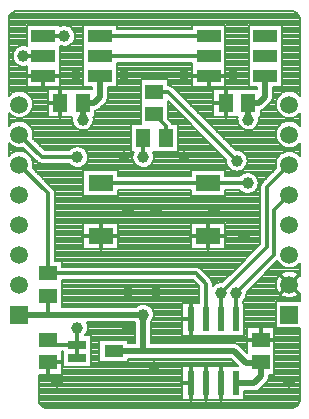
<source format=gtl>
G04 DipTrace 2.4.0.2*
%INiota.GTL*%
%MOMM*%
%ADD14C,0.508*%
%ADD15C,0.305*%
%ADD16C,0.203*%
%ADD17C,0.356*%
%ADD19R,1.3X1.5*%
%ADD20R,1.5X1.3*%
%ADD21R,1.5X1.5*%
%ADD22C,1.5*%
%ADD23R,1.6X0.8*%
%ADD24R,1.6X1.0*%
%ADD25R,2.1X1.4*%
%ADD27R,2.0X1.1*%
%ADD28R,0.6X2.0*%
%ADD29C,1.0*%
%FSLAX53Y53*%
G04*
G71*
G90*
G75*
G01*
%LNTop*%
%LPD*%
X19256Y15156D2*
D14*
X21759D1*
Y18266D1*
X13711D1*
X11281D1*
X19256Y15156D2*
X29473D1*
X30490Y14139D1*
X31644D1*
X31711Y14206D1*
X29616Y12456D2*
X31189D1*
X31760Y13028D1*
Y14158D1*
X31711Y14206D1*
X13711Y19854D2*
D15*
Y18266D1*
X21761Y31601D2*
Y33191D1*
X16661Y34776D2*
D14*
Y36156D1*
X30661Y34776D2*
Y36156D1*
X18111Y38456D2*
Y36685D1*
X17631Y36205D1*
X16613D1*
X16661Y36156D1*
X32111Y38456D2*
Y36715D1*
X31601Y36205D1*
X30710D1*
X30661Y36156D1*
X16166Y15706D2*
D15*
X14111D1*
X13711Y16106D1*
X16166Y15706D2*
Y17119D1*
X16203Y17155D1*
Y31601D2*
X13186D1*
X11281Y33506D1*
X16166Y15706D2*
Y14606D1*
X27076Y17856D2*
Y20886D1*
X26209Y21754D1*
X13711D1*
Y28536D1*
X11281Y30966D1*
X27261Y29406D2*
X18161D1*
X27261D2*
X30621D1*
X22711Y37106D2*
X23874D1*
X29696Y31284D1*
X28346Y17856D2*
Y20091D1*
X32236Y23981D1*
Y29061D1*
X34141Y30966D1*
X29616Y17856D2*
Y20091D1*
X32871Y23346D1*
Y27156D1*
X34141Y28426D1*
X13311Y40156D2*
X11616D1*
X13311Y41856D2*
X15091D1*
X18111D2*
X27311D1*
X18111Y40156D2*
X27311D1*
X23661Y33191D2*
Y34210D1*
X22665Y35206D1*
X22711D1*
D29*
X21761Y31601D3*
X21759Y18266D3*
D3*
X16661Y34776D3*
X30661D3*
X16203Y17155D3*
Y31601D3*
X30621Y29406D3*
X29696Y31284D3*
X28346Y20091D3*
X29616D3*
X11616Y40156D3*
X15091Y41856D3*
X27791Y27156D3*
X22870Y20171D3*
X30331Y24934D3*
X16044Y38586D3*
X20171D3*
X25251Y31601D3*
X20489Y20171D3*
X29379Y38586D3*
X20489Y27156D3*
X20171Y31601D3*
X20489Y17155D3*
X22870Y27156D3*
X14456Y12551D3*
X34141D3*
X25251Y38586D3*
X22711Y13821D3*
X10627Y43746D2*
D16*
X34797D1*
X10468Y43546D2*
X34952D1*
X10401Y43347D2*
X35022D1*
X10389Y43147D2*
X35035D1*
X10389Y42947D2*
X35035D1*
X10389Y42748D2*
X11877D1*
X14747D2*
X14868D1*
X15315D2*
X16676D1*
X19546D2*
X25878D1*
X28744D2*
X30677D1*
X33547D2*
X35035D1*
X10389Y42548D2*
X11877D1*
X15708D2*
X16676D1*
X19546D2*
X25878D1*
X28744D2*
X30677D1*
X33547D2*
X35035D1*
X10389Y42348D2*
X11877D1*
X15882D2*
X16676D1*
X28744D2*
X30677D1*
X33547D2*
X35035D1*
X10389Y42149D2*
X11877D1*
X15978D2*
X16676D1*
X28744D2*
X30677D1*
X33547D2*
X35035D1*
X10389Y41949D2*
X11877D1*
X16022D2*
X16676D1*
X28744D2*
X30677D1*
X33547D2*
X35035D1*
X10389Y41749D2*
X11877D1*
X16019D2*
X16676D1*
X28744D2*
X30677D1*
X33547D2*
X35035D1*
X10389Y41550D2*
X11877D1*
X15974D2*
X16676D1*
X28744D2*
X30677D1*
X33547D2*
X35035D1*
X10389Y41350D2*
X11877D1*
X15873D2*
X16676D1*
X28744D2*
X30677D1*
X33547D2*
X35035D1*
X10389Y41150D2*
X11877D1*
X15692D2*
X16676D1*
X28744D2*
X30677D1*
X33547D2*
X35035D1*
X10389Y40951D2*
X11144D1*
X14747D2*
X14944D1*
X15238D2*
X16676D1*
X28744D2*
X30677D1*
X33547D2*
X35035D1*
X10389Y40751D2*
X10903D1*
X14747D2*
X16676D1*
X28744D2*
X30677D1*
X33547D2*
X35035D1*
X10389Y40551D2*
X10770D1*
X14747D2*
X16676D1*
X28744D2*
X30677D1*
X33547D2*
X35035D1*
X10389Y40352D2*
X10703D1*
X14747D2*
X16676D1*
X28744D2*
X30677D1*
X33547D2*
X35035D1*
X10389Y40152D2*
X10681D1*
X14747D2*
X16676D1*
X28744D2*
X30677D1*
X33547D2*
X35035D1*
X10389Y39952D2*
X10703D1*
X14747D2*
X16676D1*
X28744D2*
X30677D1*
X33547D2*
X35035D1*
X10389Y39753D2*
X10776D1*
X14747D2*
X16676D1*
X28744D2*
X30677D1*
X33547D2*
X35035D1*
X10389Y39553D2*
X10909D1*
X14747D2*
X16676D1*
X19546D2*
X25878D1*
X28744D2*
X30677D1*
X33547D2*
X35035D1*
X10389Y39353D2*
X11160D1*
X14747D2*
X16676D1*
X19546D2*
X25878D1*
X28744D2*
X30677D1*
X33547D2*
X35035D1*
X10389Y39154D2*
X11877D1*
X14747D2*
X16676D1*
X19546D2*
X25878D1*
X28744D2*
X30677D1*
X33547D2*
X35035D1*
X10389Y38954D2*
X11877D1*
X14747D2*
X16676D1*
X19546D2*
X25878D1*
X28744D2*
X30677D1*
X33547D2*
X35035D1*
X10389Y38754D2*
X11877D1*
X14747D2*
X16676D1*
X19546D2*
X25878D1*
X28744D2*
X30677D1*
X33547D2*
X35035D1*
X10389Y38555D2*
X11877D1*
X14747D2*
X16676D1*
X19546D2*
X25878D1*
X28744D2*
X30677D1*
X33547D2*
X35035D1*
X10389Y38355D2*
X11877D1*
X14747D2*
X16676D1*
X19546D2*
X25878D1*
X28744D2*
X30677D1*
X33547D2*
X35035D1*
X10389Y38155D2*
X11877D1*
X14747D2*
X16676D1*
X19546D2*
X21526D1*
X23895D2*
X25878D1*
X28744D2*
X30677D1*
X33547D2*
X35035D1*
X10389Y37956D2*
X11877D1*
X14747D2*
X16676D1*
X19546D2*
X21526D1*
X23895D2*
X25878D1*
X28744D2*
X30677D1*
X33547D2*
X35035D1*
X10389Y37756D2*
X11877D1*
X14747D2*
X16676D1*
X19546D2*
X21526D1*
X23895D2*
X25878D1*
X28744D2*
X30677D1*
X33547D2*
X35035D1*
X10389Y37556D2*
X11877D1*
X14747D2*
X16676D1*
X19546D2*
X21526D1*
X24237D2*
X25878D1*
X28744D2*
X30677D1*
X33547D2*
X35035D1*
X10389Y37357D2*
X17421D1*
X18800D2*
X21526D1*
X24446D2*
X31422D1*
X32801D2*
X35035D1*
X10389Y37157D2*
X10913D1*
X11651D2*
X13675D1*
X18800D2*
X21526D1*
X24646D2*
X27676D1*
X32801D2*
X33772D1*
X34511D2*
X35035D1*
X10389Y36957D2*
X10534D1*
X12025D2*
X13675D1*
X18800D2*
X21526D1*
X24843D2*
X27676D1*
X32801D2*
X33395D1*
X34885D2*
X35035D1*
X12222Y36758D2*
X13675D1*
X18800D2*
X21526D1*
X25043D2*
X27676D1*
X32801D2*
X33198D1*
X12349Y36558D2*
X13675D1*
X18788D2*
X21526D1*
X25243D2*
X27676D1*
X32782D2*
X33075D1*
X12422Y36358D2*
X13675D1*
X18715D2*
X21526D1*
X25442D2*
X27676D1*
X32696D2*
X32998D1*
X12460Y36159D2*
X13675D1*
X18550D2*
X21526D1*
X23895D2*
X23997D1*
X25642D2*
X27676D1*
X32522D2*
X32964D1*
X12463Y35959D2*
X13675D1*
X18350D2*
X21526D1*
X23895D2*
X24200D1*
X25842D2*
X27676D1*
X32322D2*
X32960D1*
X12431Y35759D2*
X13675D1*
X18150D2*
X21526D1*
X23895D2*
X24399D1*
X26042D2*
X27676D1*
X32122D2*
X32992D1*
X12358Y35560D2*
X13675D1*
X17827D2*
X21526D1*
X23895D2*
X24599D1*
X26242D2*
X27676D1*
X31796D2*
X33062D1*
X12241Y35360D2*
X13675D1*
X17747D2*
X21526D1*
X23895D2*
X24799D1*
X26442D2*
X27676D1*
X31745D2*
X33179D1*
X10389Y35160D2*
X10509D1*
X12057D2*
X13675D1*
X17747D2*
X21526D1*
X23895D2*
X24999D1*
X26641D2*
X27676D1*
X31745D2*
X33366D1*
X34917D2*
X35035D1*
X10389Y34961D2*
X10840D1*
X11724D2*
X15747D1*
X17576D2*
X21526D1*
X23895D2*
X25199D1*
X26841D2*
X29744D1*
X31577D2*
X33699D1*
X34584D2*
X35035D1*
X10389Y34761D2*
X15728D1*
X17595D2*
X21526D1*
X23933D2*
X25399D1*
X27041D2*
X29728D1*
X31596D2*
X35035D1*
X10389Y34561D2*
X10770D1*
X11794D2*
X15753D1*
X17570D2*
X21526D1*
X24126D2*
X25598D1*
X27241D2*
X29754D1*
X31570D2*
X33630D1*
X34654D2*
X35035D1*
X12092Y34362D2*
X15826D1*
X17497D2*
X21526D1*
X24228D2*
X25795D1*
X27441D2*
X29827D1*
X31497D2*
X33331D1*
X12263Y34162D2*
X15962D1*
X17360D2*
X20676D1*
X24745D2*
X25995D1*
X27640D2*
X29963D1*
X31358D2*
X33160D1*
X12374Y33962D2*
X16226D1*
X17097D2*
X20676D1*
X24745D2*
X26195D1*
X27840D2*
X30223D1*
X31098D2*
X33049D1*
X12438Y33763D2*
X20676D1*
X24745D2*
X26395D1*
X28040D2*
X32986D1*
X12463Y33563D2*
X20676D1*
X24745D2*
X26594D1*
X28240D2*
X32957D1*
X12457Y33363D2*
X20676D1*
X24745D2*
X26794D1*
X28440D2*
X32967D1*
X12444Y33164D2*
X20676D1*
X24745D2*
X26994D1*
X28636D2*
X33008D1*
X12644Y32964D2*
X20676D1*
X24745D2*
X27194D1*
X28836D2*
X33090D1*
X12844Y32764D2*
X20676D1*
X24745D2*
X27394D1*
X29036D2*
X33224D1*
X10389Y32565D2*
X10576D1*
X13044D2*
X20676D1*
X24745D2*
X27594D1*
X29236D2*
X33436D1*
X34847D2*
X35035D1*
X10389Y32365D2*
X11030D1*
X13243D2*
X15680D1*
X16726D2*
X20676D1*
X24745D2*
X27793D1*
X29436D2*
X33890D1*
X34393D2*
X35035D1*
X10389Y32165D2*
X11801D1*
X16942D2*
X20676D1*
X24745D2*
X27993D1*
X29959D2*
X35035D1*
X10389Y31966D2*
X10665D1*
X11898D2*
X12001D1*
X17062D2*
X20904D1*
X22619D2*
X28193D1*
X30327D2*
X33525D1*
X34758D2*
X35035D1*
X17123Y31766D2*
X20841D1*
X22680D2*
X28393D1*
X30492D2*
X33274D1*
X12298Y31566D2*
X12400D1*
X17135D2*
X20828D1*
X22696D2*
X28593D1*
X30587D2*
X33122D1*
X12393Y31367D2*
X12600D1*
X17107D2*
X20856D1*
X22664D2*
X28764D1*
X30628D2*
X33027D1*
X12447Y31167D2*
X12803D1*
X17027D2*
X20936D1*
X22588D2*
X28770D1*
X30622D2*
X32973D1*
X12466Y30967D2*
X15525D1*
X16881D2*
X21082D1*
X22442D2*
X28818D1*
X30574D2*
X32957D1*
X12450Y30768D2*
X15807D1*
X16599D2*
X21364D1*
X22156D2*
X28923D1*
X30470D2*
X32973D1*
X12501Y30568D2*
X29107D1*
X30286D2*
X32922D1*
X12701Y30368D2*
X16676D1*
X19647D2*
X25776D1*
X28744D2*
X32722D1*
X12901Y30169D2*
X16676D1*
X19647D2*
X25776D1*
X28744D2*
X30096D1*
X31145D2*
X32523D1*
X13101Y29969D2*
X16676D1*
X31361D2*
X32323D1*
X13300Y29769D2*
X16676D1*
X31482D2*
X32123D1*
X13500Y29570D2*
X16676D1*
X31542D2*
X31923D1*
X13700Y29370D2*
X16676D1*
X31555D2*
X31742D1*
X13900Y29170D2*
X16676D1*
X31526D2*
X31659D1*
X14100Y28971D2*
X16676D1*
X31447D2*
X31650D1*
X14249Y28771D2*
X16676D1*
X19647D2*
X25776D1*
X28744D2*
X29944D1*
X31298D2*
X31650D1*
X14296Y28571D2*
X16676D1*
X19647D2*
X25776D1*
X28744D2*
X30229D1*
X31015D2*
X31650D1*
X14300Y28372D2*
X16676D1*
X19647D2*
X25776D1*
X28744D2*
X31650D1*
X14300Y28172D2*
X31650D1*
X14300Y27972D2*
X31650D1*
X14300Y27773D2*
X31650D1*
X14300Y27573D2*
X31650D1*
X14300Y27373D2*
X31650D1*
X14300Y27174D2*
X31650D1*
X14300Y26974D2*
X31650D1*
X14300Y26774D2*
X31650D1*
X14300Y26575D2*
X31650D1*
X14300Y26375D2*
X31650D1*
X14300Y26175D2*
X31650D1*
X14300Y25976D2*
X16676D1*
X19647D2*
X25776D1*
X28744D2*
X31650D1*
X14300Y25776D2*
X16676D1*
X19647D2*
X25776D1*
X28744D2*
X31650D1*
X14300Y25576D2*
X16676D1*
X19647D2*
X25776D1*
X28744D2*
X31650D1*
X14300Y25377D2*
X16676D1*
X19647D2*
X25776D1*
X28744D2*
X31650D1*
X14300Y25177D2*
X16676D1*
X19647D2*
X25776D1*
X28744D2*
X31650D1*
X14300Y24977D2*
X16676D1*
X19647D2*
X25776D1*
X28744D2*
X31650D1*
X14300Y24778D2*
X16676D1*
X19647D2*
X25776D1*
X28744D2*
X31650D1*
X14300Y24578D2*
X16676D1*
X19647D2*
X25776D1*
X28744D2*
X31650D1*
X14300Y24378D2*
X16676D1*
X19647D2*
X25776D1*
X28744D2*
X31650D1*
X14300Y24179D2*
X16676D1*
X19647D2*
X25776D1*
X28744D2*
X31612D1*
X14300Y23979D2*
X16676D1*
X19647D2*
X25776D1*
X28744D2*
X31412D1*
X14300Y23779D2*
X31213D1*
X14300Y23580D2*
X31013D1*
X14300Y23380D2*
X30813D1*
X14300Y23180D2*
X30613D1*
X14300Y22981D2*
X30413D1*
X14896Y22781D2*
X30214D1*
X14896Y22581D2*
X30014D1*
X32928D2*
X33243D1*
X14896Y22382D2*
X29814D1*
X32728D2*
X33468D1*
X34815D2*
X35035D1*
X26600Y22182D2*
X29614D1*
X32528D2*
X35035D1*
X26803Y21982D2*
X29414D1*
X32329D2*
X35035D1*
X27003Y21783D2*
X29218D1*
X32129D2*
X33487D1*
X34796D2*
X35035D1*
X27200Y21583D2*
X29018D1*
X31929D2*
X33252D1*
X27399Y21383D2*
X28818D1*
X31729D2*
X33109D1*
X14896Y21184D2*
X25957D1*
X27580D2*
X28618D1*
X31529D2*
X33021D1*
X14896Y20984D2*
X26157D1*
X27653D2*
X28130D1*
X31329D2*
X32970D1*
X14896Y20784D2*
X26357D1*
X31133D2*
X32957D1*
X14896Y20585D2*
X26490D1*
X30933D2*
X32979D1*
X14896Y20385D2*
X26490D1*
X30733D2*
X33036D1*
X14896Y20185D2*
X26490D1*
X30546D2*
X33135D1*
X14896Y19986D2*
X26490D1*
X30546D2*
X33293D1*
X14896Y19786D2*
X26490D1*
X30498D2*
X33560D1*
X34723D2*
X35035D1*
X14896Y19586D2*
X26490D1*
X30400D2*
X35035D1*
X14896Y19387D2*
X26490D1*
X30219D2*
X32957D1*
X14896Y19187D2*
X25072D1*
X30352D2*
X32957D1*
X14896Y18987D2*
X21177D1*
X22340D2*
X25072D1*
X30352D2*
X32957D1*
X22531Y18788D2*
X25072D1*
X30352D2*
X32957D1*
X22635Y18588D2*
X25072D1*
X30352D2*
X32957D1*
X22686Y18388D2*
X25072D1*
X30352D2*
X32957D1*
X22689Y18189D2*
X25072D1*
X30352D2*
X32957D1*
X22651Y17989D2*
X25072D1*
X30352D2*
X32957D1*
X22559Y17789D2*
X25072D1*
X30352D2*
X32957D1*
X17027Y17590D2*
X21069D1*
X22448D2*
X25072D1*
X30352D2*
X32957D1*
X17107Y17390D2*
X21069D1*
X22448D2*
X25072D1*
X30352D2*
X32957D1*
X17135Y17190D2*
X21069D1*
X22448D2*
X25072D1*
X30352D2*
X32957D1*
X17123Y16991D2*
X21069D1*
X22448D2*
X25072D1*
X30352D2*
X30528D1*
X32896D2*
X35035D1*
X17062Y16791D2*
X21069D1*
X22448D2*
X25072D1*
X30352D2*
X30528D1*
X32896D2*
X35035D1*
X16942Y16591D2*
X21069D1*
X22448D2*
X25072D1*
X30352D2*
X30528D1*
X32896D2*
X35035D1*
X17402Y16392D2*
X21069D1*
X22448D2*
X30528D1*
X32896D2*
X35035D1*
X17402Y16192D2*
X21069D1*
X22448D2*
X30528D1*
X32896D2*
X35035D1*
X17402Y15992D2*
X18021D1*
X20491D2*
X21069D1*
X22448D2*
X30528D1*
X32896D2*
X35035D1*
X17402Y15793D2*
X18021D1*
X29696D2*
X30528D1*
X32896D2*
X35035D1*
X17402Y15593D2*
X18021D1*
X30000D2*
X30528D1*
X32896D2*
X35035D1*
X17402Y15393D2*
X18021D1*
X30200D2*
X30528D1*
X32896D2*
X35035D1*
X17402Y15194D2*
X18021D1*
X30400D2*
X30525D1*
X32896D2*
X35035D1*
X17402Y14994D2*
X18021D1*
X32896D2*
X35035D1*
X17402Y14794D2*
X18021D1*
X32896D2*
X35035D1*
X17402Y14595D2*
X18021D1*
X32896D2*
X35035D1*
X17402Y14395D2*
X18021D1*
X20491D2*
X29268D1*
X32896D2*
X35035D1*
X17402Y14195D2*
X29468D1*
X32896D2*
X35035D1*
X17402Y13996D2*
X29668D1*
X32896D2*
X35035D1*
X17402Y13796D2*
X25072D1*
X32896D2*
X35035D1*
X14896Y13596D2*
X25072D1*
X32896D2*
X35035D1*
X14896Y13397D2*
X25072D1*
X32896D2*
X35035D1*
X14896Y13197D2*
X25072D1*
X32896D2*
X35035D1*
X12926Y12997D2*
X25072D1*
X32449D2*
X35035D1*
X12926Y12798D2*
X25072D1*
X32408D2*
X35035D1*
X12926Y12598D2*
X25072D1*
X32294D2*
X35035D1*
X12926Y12398D2*
X25072D1*
X32097D2*
X35035D1*
X12926Y12199D2*
X25072D1*
X31897D2*
X35035D1*
X12926Y11999D2*
X25072D1*
X31697D2*
X35035D1*
X12926Y11799D2*
X25072D1*
X31333D2*
X35035D1*
X12926Y11600D2*
X25072D1*
X30352D2*
X35035D1*
X12926Y11400D2*
X25072D1*
X30352D2*
X35035D1*
X12929Y11200D2*
X25072D1*
X30352D2*
X35035D1*
X12929Y11001D2*
X35032D1*
X12996Y10801D2*
X34968D1*
X13132Y10601D2*
X34832D1*
X13469Y10402D2*
X34502D1*
X15698Y37321D2*
X17446D1*
X17443Y37494D1*
X16697Y37492D1*
X16700Y39421D1*
X16697Y39496D1*
X16700Y41121D1*
X16697Y41196D1*
Y42821D1*
X19526D1*
Y42424D1*
X25419Y42423D1*
X25898D1*
X25897Y42821D1*
X28726D1*
X28723Y40892D1*
X28726Y40816D1*
X28723Y39192D1*
X28726Y39177D1*
Y37492D1*
X25897D1*
Y39588D1*
X20003Y39589D1*
X19524D1*
X19523Y39192D1*
X19526Y39116D1*
Y37492D1*
X18781D1*
X18780Y36685D1*
X18772Y36584D1*
X18749Y36485D1*
X18712Y36391D1*
X18660Y36304D1*
X18584Y36212D1*
X18104Y35732D1*
X18027Y35666D1*
X17941Y35613D1*
X17848Y35572D1*
X17747Y35547D1*
X17798Y35558D1*
X17726Y35494D1*
Y34992D1*
X17551D1*
X17574Y34839D1*
X17570Y34675D1*
X17553Y34575D1*
X17526Y34477D1*
X17487Y34383D1*
X17439Y34294D1*
X17381Y34211D1*
X17314Y34135D1*
X17239Y34067D1*
X17156Y34007D1*
X17068Y33957D1*
X16975Y33917D1*
X16878Y33888D1*
X16778Y33869D1*
X16677Y33862D1*
X16576Y33866D1*
X16475Y33881D1*
X16377Y33907D1*
X16283Y33944D1*
X16193Y33991D1*
X16109Y34047D1*
X16031Y34113D1*
X15962Y34187D1*
X15901Y34268D1*
X15849Y34355D1*
X15808Y34448D1*
X15777Y34544D1*
X15756Y34644D1*
X15747Y34745D1*
X15749Y34846D1*
X15774Y34993D1*
X15055Y34992D1*
X13697D1*
Y37321D1*
X15826Y37320D1*
X29698Y37321D2*
X31443Y37324D1*
Y37492D1*
X30697D1*
X30700Y39421D1*
X30697Y39496D1*
X30700Y41121D1*
X30697Y41196D1*
Y42821D1*
X33526D1*
X33523Y40892D1*
X33526Y40816D1*
X33523Y39192D1*
X33526Y39116D1*
Y37492D1*
X32781D1*
X32780Y36715D1*
X32772Y36614D1*
X32749Y36515D1*
X32712Y36421D1*
X32660Y36334D1*
X32584Y36242D1*
X32074Y35732D1*
X31997Y35666D1*
X31911Y35613D1*
X31768Y35558D1*
X31726Y35494D1*
Y34992D1*
X31551D1*
X31574Y34839D1*
X31570Y34675D1*
X31553Y34575D1*
X31526Y34477D1*
X31487Y34383D1*
X31439Y34294D1*
X31381Y34211D1*
X31314Y34135D1*
X31239Y34067D1*
X31156Y34007D1*
X31068Y33957D1*
X30975Y33917D1*
X30878Y33888D1*
X30778Y33869D1*
X30677Y33862D1*
X30576Y33866D1*
X30475Y33881D1*
X30377Y33907D1*
X30283Y33944D1*
X30193Y33991D1*
X30109Y34047D1*
X30031Y34113D1*
X29962Y34187D1*
X29901Y34268D1*
X29849Y34355D1*
X29808Y34448D1*
X29777Y34544D1*
X29756Y34644D1*
X29747Y34745D1*
X29749Y34846D1*
X29774Y34993D1*
X29055Y34992D1*
X27697D1*
Y37321D1*
X29826Y37320D1*
X32873Y15271D2*
X32876Y15068D1*
Y13142D1*
X32429D1*
X32421Y12926D1*
X32398Y12828D1*
X32361Y12733D1*
X32309Y12646D1*
X32233Y12555D1*
X31662Y11983D1*
X31585Y11917D1*
X31499Y11864D1*
X31405Y11824D1*
X31307Y11798D1*
X31189Y11788D1*
X30329D1*
X30331Y11042D1*
X28902Y11045D1*
X28858Y11042D1*
X25092D1*
Y13871D1*
X29812D1*
X29194Y14489D1*
X26631Y14488D1*
X20468D1*
X20471Y14242D1*
X18042D1*
Y16071D1*
X20471D1*
X20474Y15825D1*
X21093D1*
X21090Y16374D1*
Y17595D1*
X20236Y17598D1*
X17004D1*
X17079Y17417D1*
X17102Y17318D1*
X17117Y17155D1*
X17112Y17054D1*
X17095Y16954D1*
X17067Y16856D1*
X17028Y16762D1*
X16980Y16673D1*
X16922Y16590D1*
X16861Y16521D1*
X17381D1*
X17378Y14892D1*
X17381Y14812D1*
Y13792D1*
X14952D1*
X14948Y15139D1*
X14875D1*
X14876Y13142D1*
X12906D1*
X12907Y11287D1*
X12910Y10998D1*
X12985Y10773D1*
X13124Y10584D1*
X13314Y10446D1*
X13537Y10372D1*
X14026Y10369D1*
X34240Y10368D1*
X34427Y10370D1*
X34652Y10445D1*
X34841Y10584D1*
X34979Y10774D1*
X35053Y10997D1*
X35056Y11486D1*
Y17103D1*
X32977Y17102D1*
Y19431D1*
X35054D1*
X35056Y20085D1*
X34951Y19969D1*
X34827Y19865D1*
X34689Y19779D1*
X34541Y19713D1*
X34385Y19668D1*
X34225Y19645D1*
X34063Y19644D1*
X33902Y19667D1*
X33746Y19711D1*
X33597Y19777D1*
X33459Y19862D1*
X33335Y19966D1*
X33226Y20086D1*
X33135Y20221D1*
X33063Y20366D1*
X33012Y20520D1*
X32984Y20680D1*
X32977Y20842D1*
X32993Y21004D1*
X33032Y21161D1*
X33092Y21312D1*
X33173Y21453D1*
X33272Y21581D1*
X33388Y21695D1*
X33519Y21791D1*
X33662Y21868D1*
X33814Y21924D1*
X33972Y21959D1*
X34134Y21971D1*
X34296Y21961D1*
X34455Y21928D1*
X34608Y21873D1*
X34752Y21798D1*
X34884Y21704D1*
X35001Y21592D1*
X35056Y21526D1*
Y22629D1*
X34966Y22524D1*
X34810Y22393D1*
X34635Y22292D1*
X34445Y22222D1*
X34245Y22186D1*
X34042D1*
X33843Y22221D1*
X33652Y22289D1*
X33476Y22390D1*
X33320Y22520D1*
X33189Y22675D1*
X33118Y22791D1*
X30525Y20198D1*
X30531Y20091D1*
X30525Y19990D1*
X30508Y19890D1*
X30481Y19792D1*
X30442Y19698D1*
X30394Y19609D1*
X30336Y19526D1*
X30269Y19450D1*
X30181Y19373D1*
X30183Y19270D1*
X30331Y19271D1*
Y16442D1*
X28902Y16445D1*
X28553Y16442D1*
X27632Y16445D1*
X27283Y16442D1*
X26362Y16445D1*
X26318Y16442D1*
X25092D1*
Y19271D1*
X26509D1*
Y20651D1*
X25973Y21187D1*
X14876D1*
X14873Y20689D1*
X14876Y20614D1*
Y18936D1*
X21137Y18935D1*
X21238Y19018D1*
X21324Y19071D1*
X21416Y19114D1*
X21512Y19147D1*
X21611Y19169D1*
X21712Y19180D1*
X21813Y19179D1*
X21914Y19168D1*
X22013Y19145D1*
X22109Y19111D1*
X22200Y19067D1*
X22286Y19014D1*
X22366Y18951D1*
X22438Y18879D1*
X22501Y18800D1*
X22556Y18715D1*
X22601Y18624D1*
X22635Y18528D1*
X22659Y18430D1*
X22673Y18266D1*
X22668Y18165D1*
X22651Y18065D1*
X22623Y17967D1*
X22585Y17873D1*
X22536Y17784D1*
X22426Y17642D1*
X22427Y15827D1*
X23621Y15825D1*
X29473D1*
X29574Y15817D1*
X29672Y15794D1*
X29767Y15757D1*
X29854Y15705D1*
X29945Y15629D1*
X30549Y15026D1*
X30547Y15366D1*
Y17171D1*
X32876D1*
X32875Y15042D1*
X21648Y38171D2*
X23876D1*
Y37673D1*
X23958Y37667D1*
X24057Y37643D1*
X24150Y37602D1*
X24275Y37507D1*
X29588Y32194D1*
X29751Y32197D1*
X29851Y32185D1*
X29950Y32162D1*
X30046Y32129D1*
X30138Y32085D1*
X30224Y32031D1*
X30303Y31968D1*
X30375Y31897D1*
X30439Y31818D1*
X30493Y31732D1*
X30538Y31641D1*
X30573Y31546D1*
X30596Y31447D1*
X30611Y31284D1*
X30605Y31182D1*
X30588Y31082D1*
X30561Y30985D1*
X30522Y30891D1*
X30474Y30802D1*
X30416Y30719D1*
X30349Y30643D1*
X30274Y30574D1*
X30191Y30515D1*
X30103Y30465D1*
X30010Y30425D1*
X29913Y30395D1*
X29813Y30377D1*
X29712Y30369D1*
X29611Y30373D1*
X29510Y30388D1*
X29412Y30414D1*
X29318Y30451D1*
X29228Y30498D1*
X29144Y30555D1*
X29066Y30621D1*
X28997Y30694D1*
X28936Y30776D1*
X28884Y30863D1*
X28843Y30955D1*
X28812Y31052D1*
X28791Y31151D1*
X28782Y31252D1*
X28789Y31388D1*
X23874Y36304D1*
X23876Y34796D1*
X24062Y34611D1*
X24127Y34533D1*
X24170Y34460D1*
X24207Y34362D1*
X24221Y34356D1*
X24726D1*
Y32027D1*
X22597Y32030D1*
X22623Y32027D1*
X22569D1*
X22603Y31959D1*
X22638Y31863D1*
X22661Y31765D1*
X22676Y31601D1*
X22670Y31500D1*
X22653Y31400D1*
X22626Y31302D1*
X22587Y31208D1*
X22539Y31119D1*
X22481Y31036D1*
X22414Y30960D1*
X22339Y30892D1*
X22256Y30832D1*
X22168Y30782D1*
X22075Y30742D1*
X21978Y30713D1*
X21878Y30694D1*
X21777Y30687D1*
X21676Y30691D1*
X21575Y30706D1*
X21477Y30732D1*
X21383Y30769D1*
X21293Y30816D1*
X21209Y30872D1*
X21131Y30938D1*
X21062Y31012D1*
X21001Y31093D1*
X20949Y31180D1*
X20908Y31273D1*
X20877Y31369D1*
X20856Y31469D1*
X20847Y31570D1*
X20849Y31671D1*
X20863Y31772D1*
X20887Y31870D1*
X20952Y32025D1*
X20697Y32027D1*
Y34356D1*
X21550D1*
X21547Y34954D1*
X21550Y36271D1*
X21547Y36346D1*
Y38171D1*
X21648D1*
X33022Y30646D2*
X32995Y30760D1*
X32977Y30962D1*
X32993Y31164D1*
X33045Y31360D1*
X33130Y31544D1*
X33245Y31710D1*
X33388Y31855D1*
X33553Y31972D1*
X33737Y32058D1*
X33932Y32112D1*
X34134Y32131D1*
X34336Y32114D1*
X34532Y32063D1*
X34717Y31979D1*
X34884Y31864D1*
X35028Y31721D1*
X35057Y31684D1*
X35056Y32785D1*
X34966Y32684D1*
X34810Y32553D1*
X34635Y32452D1*
X34445Y32382D1*
X34245Y32346D1*
X34042D1*
X33843Y32381D1*
X33652Y32449D1*
X33476Y32550D1*
X33320Y32680D1*
X33189Y32835D1*
X33088Y33010D1*
X33017Y33201D1*
X32982Y33400D1*
X32981Y33603D1*
X33015Y33803D1*
X33083Y33994D1*
X33184Y34170D1*
X33314Y34326D1*
X33468Y34457D1*
X33643Y34559D1*
X33833Y34629D1*
X34033Y34666D1*
X34236Y34667D1*
X34435Y34633D1*
X34626Y34565D1*
X34803Y34465D1*
X34959Y34336D1*
X35057Y34224D1*
X35056Y35329D1*
X34966Y35224D1*
X34810Y35093D1*
X34635Y34992D1*
X34445Y34922D1*
X34245Y34886D1*
X34042D1*
X33843Y34921D1*
X33652Y34989D1*
X33476Y35090D1*
X33320Y35220D1*
X33189Y35375D1*
X33088Y35550D1*
X33017Y35741D1*
X32982Y35940D1*
X32981Y36143D1*
X33015Y36343D1*
X33083Y36534D1*
X33184Y36710D1*
X33314Y36866D1*
X33468Y36997D1*
X33643Y37099D1*
X33833Y37169D1*
X34033Y37206D1*
X34236Y37207D1*
X34435Y37173D1*
X34626Y37105D1*
X34803Y37005D1*
X34959Y36876D1*
X35057Y36764D1*
X35056Y42443D1*
X35053Y43231D1*
X35052Y43317D1*
X34977Y43542D1*
X34838Y43731D1*
X34648Y43869D1*
X34425Y43943D1*
X33937Y43946D1*
X11183Y43944D1*
X10996Y43942D1*
X10771Y43867D1*
X10582Y43728D1*
X10444Y43538D1*
X10370Y43315D1*
X10367Y42827D1*
Y36765D1*
X10454Y36866D1*
X10608Y36997D1*
X10783Y37099D1*
X10973Y37169D1*
X11173Y37206D1*
X11376Y37207D1*
X11575Y37173D1*
X11766Y37105D1*
X11943Y37005D1*
X12099Y36876D1*
X12230Y36721D1*
X12333Y36546D1*
X12404Y36357D1*
X12441Y36157D1*
X12446Y36046D1*
X12428Y35844D1*
X12376Y35648D1*
X12290Y35465D1*
X12174Y35298D1*
X12031Y35155D1*
X11865Y35038D1*
X11681Y34953D1*
X11486Y34900D1*
X11284Y34882D1*
X11082Y34899D1*
X10886Y34951D1*
X10702Y35036D1*
X10535Y35152D1*
X10392Y35295D1*
X10366Y35327D1*
X10367Y34228D1*
X10454Y34326D1*
X10608Y34457D1*
X10783Y34559D1*
X10973Y34629D1*
X11173Y34666D1*
X11376Y34667D1*
X11575Y34633D1*
X11766Y34565D1*
X11943Y34465D1*
X12099Y34336D1*
X12230Y34181D1*
X12333Y34006D1*
X12404Y33817D1*
X12441Y33617D1*
X12446Y33506D1*
X12428Y33304D1*
X12402Y33190D1*
X13420Y32169D1*
X15486Y32168D1*
X15601Y32291D1*
X15681Y32353D1*
X15768Y32406D1*
X15860Y32449D1*
X15956Y32482D1*
X16055Y32504D1*
X16155Y32515D1*
X16257Y32514D1*
X16358Y32503D1*
X16457Y32480D1*
X16552Y32446D1*
X16644Y32402D1*
X16730Y32349D1*
X16809Y32286D1*
X16881Y32214D1*
X16945Y32135D1*
X17000Y32050D1*
X17044Y31959D1*
X17079Y31863D1*
X17102Y31765D1*
X17117Y31601D1*
X17112Y31500D1*
X17095Y31400D1*
X17067Y31302D1*
X17028Y31208D1*
X16980Y31119D1*
X16922Y31036D1*
X16855Y30960D1*
X16780Y30892D1*
X16698Y30832D1*
X16609Y30782D1*
X16516Y30742D1*
X16419Y30713D1*
X16319Y30694D1*
X16218Y30687D1*
X16117Y30691D1*
X16017Y30706D1*
X15918Y30732D1*
X15824Y30769D1*
X15734Y30816D1*
X15650Y30872D1*
X15573Y30938D1*
X15486Y31035D1*
X13186Y31034D1*
X13085Y31043D1*
X12988Y31070D1*
X12896Y31114D1*
X12827Y31163D1*
X12426Y31559D1*
X11599Y32387D1*
X11486Y32360D1*
X11284Y32342D1*
X11082Y32359D1*
X10886Y32411D1*
X10702Y32496D1*
X10535Y32612D1*
X10392Y32755D1*
X10366Y32787D1*
X10367Y31684D1*
X10454Y31786D1*
X10608Y31917D1*
X10783Y32019D1*
X10973Y32089D1*
X11173Y32126D1*
X11376Y32127D1*
X11575Y32093D1*
X11766Y32025D1*
X11943Y31925D1*
X12099Y31796D1*
X12230Y31641D1*
X12333Y31466D1*
X12404Y31277D1*
X12441Y31077D1*
X12446Y30966D1*
X12428Y30764D1*
X12402Y30650D1*
X14112Y28937D1*
X14177Y28859D1*
X14227Y28771D1*
X14261Y28676D1*
X14276Y28592D1*
X14278Y28029D1*
Y22817D1*
X14876Y22818D1*
Y22320D1*
X26209Y22321D1*
X26310Y22312D1*
X26407Y22285D1*
X26499Y22241D1*
X26568Y22192D1*
X26969Y21796D1*
X27477Y21287D1*
X27542Y21209D1*
X27592Y21121D1*
X27626Y21026D1*
X27641Y20942D1*
X27643Y20674D1*
X27745Y20781D1*
X27825Y20843D1*
X27912Y20896D1*
X28003Y20939D1*
X28099Y20972D1*
X28198Y20994D1*
X28299Y21005D1*
X28454Y20998D1*
X29524Y22071D1*
X31671Y24218D1*
X31669Y28143D1*
Y29061D1*
X31678Y29162D1*
X31705Y29260D1*
X31749Y29351D1*
X31798Y29421D1*
X32194Y29821D1*
X33022Y30649D1*
X25817Y26021D2*
X28726D1*
Y23792D1*
X25797D1*
Y26021D1*
X25817D1*
X16717D2*
X19626D1*
Y23792D1*
X16697D1*
Y26021D1*
X16717D1*
X25898Y30521D2*
X28726D1*
Y29972D1*
X29903Y29973D1*
X30020Y30096D1*
X30100Y30158D1*
X30187Y30211D1*
X30278Y30254D1*
X30374Y30287D1*
X30473Y30309D1*
X30574Y30320D1*
X30676Y30319D1*
X30776Y30308D1*
X30875Y30285D1*
X30971Y30251D1*
X31063Y30207D1*
X31149Y30154D1*
X31228Y30091D1*
X31300Y30019D1*
X31364Y29940D1*
X31418Y29855D1*
X31463Y29764D1*
X31498Y29668D1*
X31521Y29570D1*
X31536Y29406D1*
X31530Y29305D1*
X31513Y29205D1*
X31486Y29107D1*
X31447Y29013D1*
X31399Y28924D1*
X31341Y28841D1*
X31274Y28765D1*
X31199Y28697D1*
X31116Y28637D1*
X31028Y28587D1*
X30935Y28547D1*
X30838Y28518D1*
X30738Y28499D1*
X30637Y28492D1*
X30536Y28496D1*
X30435Y28511D1*
X30337Y28537D1*
X30243Y28574D1*
X30153Y28621D1*
X30069Y28677D1*
X29991Y28743D1*
X29905Y28840D1*
X28728Y28839D1*
X28726Y28292D1*
X25797D1*
Y28840D1*
X19627Y28839D1*
X19626Y28292D1*
X16697D1*
Y30521D1*
X19626D1*
Y29972D1*
X25796Y29973D1*
X25797Y30521D1*
X25898D1*
X11998Y42821D2*
X14726D1*
Y42697D1*
X14844Y42737D1*
X14943Y42759D1*
X15044Y42770D1*
X15146Y42769D1*
X15246Y42758D1*
X15345Y42735D1*
X15441Y42701D1*
X15533Y42657D1*
X15619Y42604D1*
X15698Y42541D1*
X15770Y42469D1*
X15834Y42390D1*
X15888Y42305D1*
X15933Y42214D1*
X15968Y42118D1*
X15991Y42020D1*
X16006Y41856D1*
X16000Y41755D1*
X15983Y41655D1*
X15956Y41557D1*
X15917Y41463D1*
X15869Y41374D1*
X15811Y41291D1*
X15744Y41215D1*
X15669Y41147D1*
X15586Y41087D1*
X15498Y41037D1*
X15405Y40997D1*
X15308Y40968D1*
X15208Y40949D1*
X15107Y40942D1*
X15006Y40946D1*
X14905Y40961D1*
X14807Y40987D1*
X14727Y41018D1*
X14723Y40892D1*
X14726Y40816D1*
X14723Y39192D1*
X14726Y39177D1*
Y37492D1*
X11897D1*
Y39286D1*
X11733Y39249D1*
X11632Y39242D1*
X11531Y39246D1*
X11430Y39261D1*
X11332Y39287D1*
X11238Y39324D1*
X11148Y39371D1*
X11064Y39427D1*
X10986Y39493D1*
X10917Y39567D1*
X10856Y39648D1*
X10804Y39735D1*
X10763Y39828D1*
X10732Y39924D1*
X10711Y40024D1*
X10702Y40125D1*
X10704Y40226D1*
X10718Y40327D1*
X10742Y40425D1*
X10777Y40521D1*
X10823Y40611D1*
X10878Y40696D1*
X10942Y40775D1*
X11015Y40846D1*
X11095Y40908D1*
X11182Y40961D1*
X11273Y41004D1*
X11369Y41037D1*
X11468Y41059D1*
X11569Y41070D1*
X11671Y41069D1*
X11771Y41058D1*
X11897Y41025D1*
Y42821D1*
X11998D1*
X21137Y18936D2*
X21238Y19018D1*
X21324Y19071D1*
X21416Y19114D1*
X21512Y19147D1*
X21611Y19169D1*
X21712Y19180D1*
X21813Y19179D1*
X21914Y19168D1*
X22013Y19145D1*
X22109Y19111D1*
X22200Y19067D1*
X22286Y19014D1*
X22366Y18951D1*
X22438Y18879D1*
X22501Y18800D1*
X22556Y18715D1*
X22601Y18624D1*
X22635Y18528D1*
X22659Y18430D1*
X22673Y18266D1*
X22668Y18165D1*
X22651Y18065D1*
X22623Y17967D1*
X22585Y17873D1*
X22536Y17784D1*
X22426Y17642D1*
X14761Y37321D2*
D17*
Y34992D1*
X13697Y36156D2*
X14761D1*
X28761Y37321D2*
Y34992D1*
X27697Y36156D2*
X28761D1*
X31711Y17171D2*
Y16106D1*
X30547D2*
X32876D1*
X33318Y21630D2*
X34965Y19983D1*
Y21630D2*
X33318Y19983D1*
X13711Y14206D2*
Y13142D1*
Y14206D2*
X14876D1*
X27261Y26021D2*
Y23792D1*
X25797Y24906D2*
X28726D1*
X18161Y26021D2*
Y23792D1*
X16697Y24906D2*
X19626D1*
X13311Y38456D2*
Y37492D1*
X11897Y38456D2*
X14726D1*
X27311D2*
Y37492D1*
X25897Y38456D2*
X28726D1*
X25806Y19271D2*
Y16442D1*
X25092Y17856D2*
X25806D1*
Y13871D2*
Y11042D1*
X25092Y12456D2*
X25806D1*
X27076Y13871D2*
Y11042D1*
X28346Y13871D2*
Y11042D1*
D19*
X16661Y36156D3*
X14761D3*
X30661D3*
X28761D3*
D20*
X31711Y14206D3*
Y16106D3*
X22711Y37106D3*
Y35206D3*
D21*
X34141Y18266D3*
D22*
Y20806D3*
Y23346D3*
Y25886D3*
Y28426D3*
Y30966D3*
Y33506D3*
Y36046D3*
D21*
X11281Y18266D3*
D22*
Y20806D3*
Y23346D3*
Y25886D3*
Y28426D3*
Y30966D3*
Y33506D3*
Y36046D3*
D23*
X16166Y14606D3*
Y15706D3*
D24*
X19256Y15156D3*
D20*
X13711Y14206D3*
Y16106D3*
D19*
X23661Y33191D3*
X21761D3*
D20*
X13711Y19854D3*
Y21754D3*
D25*
X27261Y24906D3*
X18161D3*
X27261Y29406D3*
X18161D3*
D27*
X13311Y41856D3*
Y40156D3*
Y38456D3*
X18111D3*
Y40156D3*
Y41856D3*
X27311D3*
Y40156D3*
Y38456D3*
X32111D3*
Y40156D3*
Y41856D3*
D28*
X29616Y17856D3*
X28346D3*
X27076D3*
X25806D3*
Y12456D3*
X27076D3*
X28346D3*
X29616D3*
M02*

</source>
